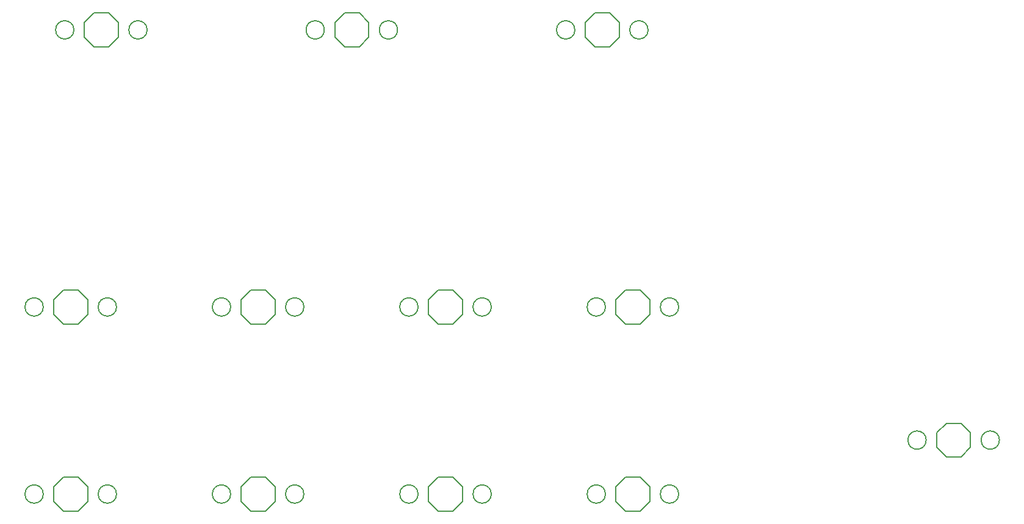
<source format=gbr>
G04 #@! TF.FileFunction,Legend,Bot*
%FSLAX46Y46*%
G04 Gerber Fmt 4.6, Leading zero omitted, Abs format (unit mm)*
G04 Created by KiCad (PCBNEW 4.0.7) date Monday, 04 December 2017 'PMt' 14:32:11*
%MOMM*%
%LPD*%
G01*
G04 APERTURE LIST*
%ADD10C,0.100000*%
%ADD11C,0.152400*%
G04 APERTURE END LIST*
D10*
D11*
X36100000Y-29250000D02*
G75*
G03X36100000Y-29250000I-1270000J0D01*
G01*
X25940000Y-29250000D02*
G75*
G03X25940000Y-29250000I-1270000J0D01*
G01*
X27400500Y-28234000D02*
X28734000Y-26900500D01*
X28734000Y-26900500D02*
X30766000Y-26900500D01*
X30766000Y-26900500D02*
X32099500Y-28234000D01*
X32099500Y-28234000D02*
X32099500Y-30266000D01*
X32099500Y-30266000D02*
X30766000Y-31599500D01*
X30766000Y-31599500D02*
X28734000Y-31599500D01*
X28734000Y-31599500D02*
X27400500Y-30266000D01*
X27400500Y-30266000D02*
X27400500Y-28234000D01*
X70850000Y-29250000D02*
G75*
G03X70850000Y-29250000I-1270000J0D01*
G01*
X60690000Y-29250000D02*
G75*
G03X60690000Y-29250000I-1270000J0D01*
G01*
X62150500Y-28234000D02*
X63484000Y-26900500D01*
X63484000Y-26900500D02*
X65516000Y-26900500D01*
X65516000Y-26900500D02*
X66849500Y-28234000D01*
X66849500Y-28234000D02*
X66849500Y-30266000D01*
X66849500Y-30266000D02*
X65516000Y-31599500D01*
X65516000Y-31599500D02*
X63484000Y-31599500D01*
X63484000Y-31599500D02*
X62150500Y-30266000D01*
X62150500Y-30266000D02*
X62150500Y-28234000D01*
X105605000Y-29250000D02*
G75*
G03X105605000Y-29250000I-1270000J0D01*
G01*
X95445000Y-29250000D02*
G75*
G03X95445000Y-29250000I-1270000J0D01*
G01*
X96905500Y-28234000D02*
X98239000Y-26900500D01*
X98239000Y-26900500D02*
X100271000Y-26900500D01*
X100271000Y-26900500D02*
X101604500Y-28234000D01*
X101604500Y-28234000D02*
X101604500Y-30266000D01*
X101604500Y-30266000D02*
X100271000Y-31599500D01*
X100271000Y-31599500D02*
X98239000Y-31599500D01*
X98239000Y-31599500D02*
X96905500Y-30266000D01*
X96905500Y-30266000D02*
X96905500Y-28234000D01*
X31850000Y-67750000D02*
G75*
G03X31850000Y-67750000I-1270000J0D01*
G01*
X21690000Y-67750000D02*
G75*
G03X21690000Y-67750000I-1270000J0D01*
G01*
X23150500Y-66734000D02*
X24484000Y-65400500D01*
X24484000Y-65400500D02*
X26516000Y-65400500D01*
X26516000Y-65400500D02*
X27849500Y-66734000D01*
X27849500Y-66734000D02*
X27849500Y-68766000D01*
X27849500Y-68766000D02*
X26516000Y-70099500D01*
X26516000Y-70099500D02*
X24484000Y-70099500D01*
X24484000Y-70099500D02*
X23150500Y-68766000D01*
X23150500Y-68766000D02*
X23150500Y-66734000D01*
X57850000Y-67750000D02*
G75*
G03X57850000Y-67750000I-1270000J0D01*
G01*
X47690000Y-67750000D02*
G75*
G03X47690000Y-67750000I-1270000J0D01*
G01*
X49150500Y-66734000D02*
X50484000Y-65400500D01*
X50484000Y-65400500D02*
X52516000Y-65400500D01*
X52516000Y-65400500D02*
X53849500Y-66734000D01*
X53849500Y-66734000D02*
X53849500Y-68766000D01*
X53849500Y-68766000D02*
X52516000Y-70099500D01*
X52516000Y-70099500D02*
X50484000Y-70099500D01*
X50484000Y-70099500D02*
X49150500Y-68766000D01*
X49150500Y-68766000D02*
X49150500Y-66734000D01*
X83850000Y-67750000D02*
G75*
G03X83850000Y-67750000I-1270000J0D01*
G01*
X73690000Y-67750000D02*
G75*
G03X73690000Y-67750000I-1270000J0D01*
G01*
X75150500Y-66734000D02*
X76484000Y-65400500D01*
X76484000Y-65400500D02*
X78516000Y-65400500D01*
X78516000Y-65400500D02*
X79849500Y-66734000D01*
X79849500Y-66734000D02*
X79849500Y-68766000D01*
X79849500Y-68766000D02*
X78516000Y-70099500D01*
X78516000Y-70099500D02*
X76484000Y-70099500D01*
X76484000Y-70099500D02*
X75150500Y-68766000D01*
X75150500Y-68766000D02*
X75150500Y-66734000D01*
X109850000Y-67750000D02*
G75*
G03X109850000Y-67750000I-1270000J0D01*
G01*
X99690000Y-67750000D02*
G75*
G03X99690000Y-67750000I-1270000J0D01*
G01*
X101150500Y-66734000D02*
X102484000Y-65400500D01*
X102484000Y-65400500D02*
X104516000Y-65400500D01*
X104516000Y-65400500D02*
X105849500Y-66734000D01*
X105849500Y-66734000D02*
X105849500Y-68766000D01*
X105849500Y-68766000D02*
X104516000Y-70099500D01*
X104516000Y-70099500D02*
X102484000Y-70099500D01*
X102484000Y-70099500D02*
X101150500Y-68766000D01*
X101150500Y-68766000D02*
X101150500Y-66734000D01*
X31850000Y-93750000D02*
G75*
G03X31850000Y-93750000I-1270000J0D01*
G01*
X21690000Y-93750000D02*
G75*
G03X21690000Y-93750000I-1270000J0D01*
G01*
X23150500Y-92734000D02*
X24484000Y-91400500D01*
X24484000Y-91400500D02*
X26516000Y-91400500D01*
X26516000Y-91400500D02*
X27849500Y-92734000D01*
X27849500Y-92734000D02*
X27849500Y-94766000D01*
X27849500Y-94766000D02*
X26516000Y-96099500D01*
X26516000Y-96099500D02*
X24484000Y-96099500D01*
X24484000Y-96099500D02*
X23150500Y-94766000D01*
X23150500Y-94766000D02*
X23150500Y-92734000D01*
X57850000Y-93750000D02*
G75*
G03X57850000Y-93750000I-1270000J0D01*
G01*
X47690000Y-93750000D02*
G75*
G03X47690000Y-93750000I-1270000J0D01*
G01*
X49150500Y-92734000D02*
X50484000Y-91400500D01*
X50484000Y-91400500D02*
X52516000Y-91400500D01*
X52516000Y-91400500D02*
X53849500Y-92734000D01*
X53849500Y-92734000D02*
X53849500Y-94766000D01*
X53849500Y-94766000D02*
X52516000Y-96099500D01*
X52516000Y-96099500D02*
X50484000Y-96099500D01*
X50484000Y-96099500D02*
X49150500Y-94766000D01*
X49150500Y-94766000D02*
X49150500Y-92734000D01*
X83850000Y-93750000D02*
G75*
G03X83850000Y-93750000I-1270000J0D01*
G01*
X73690000Y-93750000D02*
G75*
G03X73690000Y-93750000I-1270000J0D01*
G01*
X75150500Y-92734000D02*
X76484000Y-91400500D01*
X76484000Y-91400500D02*
X78516000Y-91400500D01*
X78516000Y-91400500D02*
X79849500Y-92734000D01*
X79849500Y-92734000D02*
X79849500Y-94766000D01*
X79849500Y-94766000D02*
X78516000Y-96099500D01*
X78516000Y-96099500D02*
X76484000Y-96099500D01*
X76484000Y-96099500D02*
X75150500Y-94766000D01*
X75150500Y-94766000D02*
X75150500Y-92734000D01*
X109850000Y-93750000D02*
G75*
G03X109850000Y-93750000I-1270000J0D01*
G01*
X99690000Y-93750000D02*
G75*
G03X99690000Y-93750000I-1270000J0D01*
G01*
X101150500Y-92734000D02*
X102484000Y-91400500D01*
X102484000Y-91400500D02*
X104516000Y-91400500D01*
X104516000Y-91400500D02*
X105849500Y-92734000D01*
X105849500Y-92734000D02*
X105849500Y-94766000D01*
X105849500Y-94766000D02*
X104516000Y-96099500D01*
X104516000Y-96099500D02*
X102484000Y-96099500D01*
X102484000Y-96099500D02*
X101150500Y-94766000D01*
X101150500Y-94766000D02*
X101150500Y-92734000D01*
X154350000Y-86250000D02*
G75*
G03X154350000Y-86250000I-1270000J0D01*
G01*
X144190000Y-86250000D02*
G75*
G03X144190000Y-86250000I-1270000J0D01*
G01*
X145650500Y-85234000D02*
X146984000Y-83900500D01*
X146984000Y-83900500D02*
X149016000Y-83900500D01*
X149016000Y-83900500D02*
X150349500Y-85234000D01*
X150349500Y-85234000D02*
X150349500Y-87266000D01*
X150349500Y-87266000D02*
X149016000Y-88599500D01*
X149016000Y-88599500D02*
X146984000Y-88599500D01*
X146984000Y-88599500D02*
X145650500Y-87266000D01*
X145650500Y-87266000D02*
X145650500Y-85234000D01*
M02*

</source>
